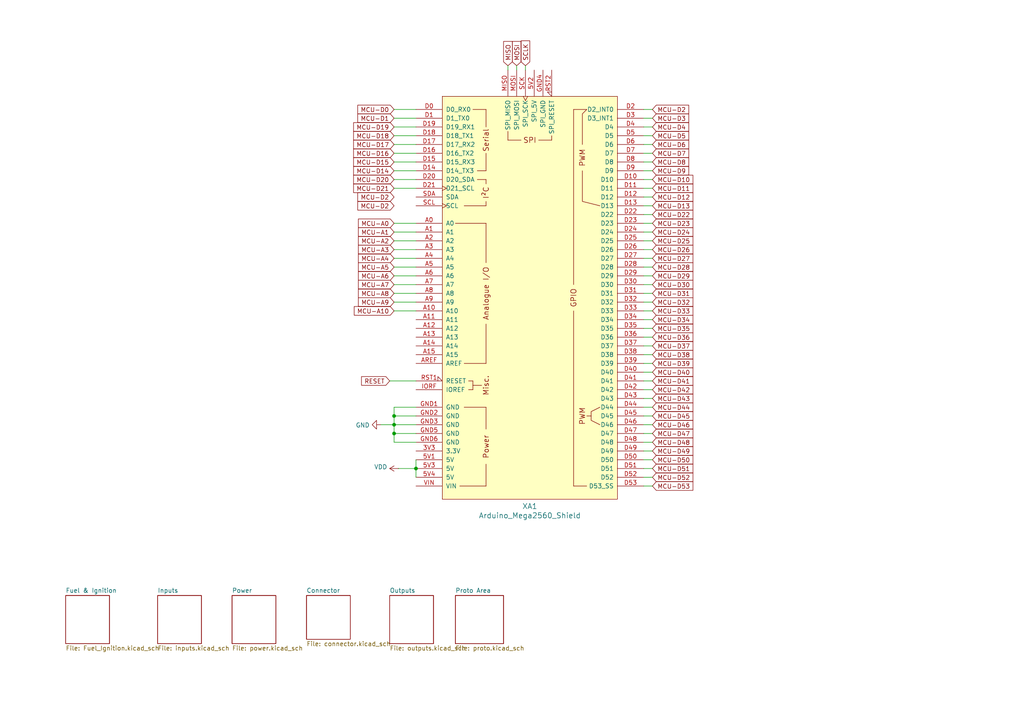
<source format=kicad_sch>
(kicad_sch (version 20250114) (generator "eeschema") (generator_version "9.0")
  (paper "A4")
  (title_block (title "0.4") (date "2021-03-27") (rev "4d") (company "Speeduino"))
  (lib_symbols
    (symbol "power:GND" (power) (pin_numbers (hide yes)) (pin_names (offset 0) (hide yes))
      (property "Value" "GND" (at 0 -3.81 0))
      (symbol "GND_0_1"
        (polyline (pts (xy 0 0) (xy 0 -1.27) (xy 1.27 -1.27) (xy 0 -2.54) (xy -1.27 -1.27) (xy 0 -1.27)))
      )
      (symbol "GND_1_1"
        (pin power_in line (at 0 0 270) (length 0) (name "~") (number "1"))
      )
    )
    (symbol "power:VDD" (power) (pin_numbers (hide yes)) (pin_names (offset 0) (hide yes))
      (property "Value" "VDD" (at 0 3.556 0))
      (symbol "VDD_0_1"
        (polyline (pts (xy -0.762 1.27) (xy 0 2.54)))
        (polyline (pts (xy 0 2.54) (xy 0.762 1.27)))
        (polyline (pts (xy 0 0) (xy 0 2.54)))
      )
      (symbol "VDD_1_1"
        (pin power_in line (at 0 0 90) (length 0) (name "~") (number "1"))
      )
    )
    (symbol "v0.4.3d-rescue:Arduino_Mega2560_Shield-Arduino-v0.4.4c-rescue" (pin_names (offset 1.016))
      (property "Reference" "XA" (at 2.54 0 90))
      (property "Value" "Arduino_Mega2560_Shield-Arduino-v0.4.4c-rescue" (at -2.54 0 90))
      (symbol "Arduino_Mega2560_Shield-Arduino-v0.4.4c-rescue_0_0"
        (rectangle (start -25.4 -58.42) (end 25.4 58.42) (fill (type background)))
        (polyline (pts (xy -21.59 21.59) (xy -12.7 21.59)))
        (rectangle (start -20.32 -54.61) (end -12.7 -54.61))
        (rectangle (start -19.05 26.67) (end -12.7 26.67))
        (rectangle (start -19.05 -19.05) (end -12.7 -19.05))
        (rectangle (start -19.05 -31.75) (end -12.7 -31.75))
        (rectangle (start -17.78 -24.13) (end -16.51 -24.13))
        (rectangle (start -17.78 -26.67) (end -16.51 -26.67))
        (rectangle (start -16.51 54.61) (end -12.7 54.61))
        (rectangle (start -16.51 -24.13) (end -16.51 -26.67))
        (rectangle (start -16.51 -25.4) (end -13.97 -25.4))
        (rectangle (start -15.24 36.83) (end -12.7 36.83))
        (rectangle (start -15.24 34.29) (end -12.7 34.29))
        (rectangle (start -12.7 49.53) (end -12.7 54.61))
        (rectangle (start -12.7 41.91) (end -12.7 36.83))
        (rectangle (start -12.7 34.29) (end -12.7 33.02))
        (rectangle (start -12.7 26.67) (end -12.7 27.94))
        (polyline (pts (xy -12.7 10.16) (xy -12.7 21.59)))
        (polyline (pts (xy -12.7 -19.05) (xy -12.7 -7.62)))
        (rectangle (start -12.7 -31.75) (end -12.7 -38.1))
        (rectangle (start -12.7 -54.61) (end -12.7 -48.26))
        (rectangle (start -6.35 48.26) (end -6.35 45.72))
        (rectangle (start -2.54 45.72) (end -6.35 45.72))
        (rectangle (start 6.35 46.99) (end 6.35 45.72))
        (rectangle (start 6.35 45.72) (end 2.54 45.72))
        (polyline (pts (xy 12.7 54.61) (xy 16.51 54.61)))
        (polyline (pts (xy 12.7 -54.61) (xy 16.51 -54.61)))
        (polyline (pts (xy 15.24 44.45) (xy 15.24 53.34) (xy 16.51 54.61)))
        (polyline (pts (xy 15.24 36.83) (xy 15.24 27.94) (xy 20.32 26.67)))
        (polyline (pts (xy 17.78 -34.29) (xy 16.51 -34.29)))
        (polyline (pts (xy 20.32 -31.75) (xy 17.78 -33.02) (xy 17.78 -35.56) (xy 20.32 -36.83)))
        (text "Serial" (at -12.7 45.72 900) (effects (font (size 1.524 1.524))))
        (text "I²C" (at -12.7 30.48 900) (effects (font (size 1.524 1.524))))
        (text "Analogue I/O" (at -12.7 1.27 900) (effects (font (size 1.524 1.524))))
        (text "Misc." (at -12.7 -25.4 900) (effects (font (size 1.524 1.524))))
        (text "Power" (at -12.7 -43.18 900) (effects (font (size 1.524 1.524))))
        (text "SPI" (at 0 45.72 0) (effects (font (size 1.524 1.524))))
        (text "PWM" (at 15.24 40.64 900) (effects (font (size 1.524 1.524))))
        (text "PWM" (at 15.24 -34.29 900) (effects (font (size 1.524 1.524))))
      )
      (symbol "Arduino_Mega2560_Shield-Arduino-v0.4.4c-rescue_1_0"
        (rectangle (start 12.7 54.61) (end 12.7 3.81))
        (rectangle (start 12.7 -54.61) (end 12.7 -3.81))
        (text "GPIO" (at 12.7 0 900) (effects (font (size 1.524 1.524))))
      )
      (symbol "Arduino_Mega2560_Shield-Arduino-v0.4.4c-rescue_1_1"
        (pin bidirectional line (at -33.02 54.61 0) (length 7.62) (name "D0_RX0") (number "D0"))
        (pin bidirectional line (at -33.02 52.07 0) (length 7.62) (name "D1_TX0") (number "D1"))
        (pin bidirectional line (at -33.02 49.53 0) (length 7.62) (name "D19_RX1") (number "D19"))
        (pin bidirectional line (at -33.02 46.99 0) (length 7.62) (name "D18_TX1") (number "D18"))
        (pin bidirectional line (at -33.02 44.45 0) (length 7.62) (name "D17_RX2") (number "D17"))
        (pin bidirectional line (at -33.02 41.91 0) (length 7.62) (name "D16_TX2") (number "D16"))
        (pin bidirectional line (at -33.02 39.37 0) (length 7.62) (name "D15_RX3") (number "D15"))
        (pin bidirectional line (at -33.02 36.83 0) (length 7.62) (name "D14_TX3") (number "D14"))
        (pin bidirectional line (at -33.02 34.29 0) (length 7.62) (name "D20_SDA") (number "D20"))
        (pin bidirectional clock (at -33.02 31.75 0) (length 7.62) (name "D21_SCL") (number "D21"))
        (pin bidirectional line (at -33.02 29.21 0) (length 7.62) (name "SDA") (number "SDA"))
        (pin bidirectional clock (at -33.02 26.67 0) (length 7.62) (name "SCL") (number "SCL"))
        (pin bidirectional line (at -33.02 21.59 0) (length 7.62) (name "A0") (number "A0"))
        (pin bidirectional line (at -33.02 19.05 0) (length 7.62) (name "A1") (number "A1"))
        (pin bidirectional line (at -33.02 16.51 0) (length 7.62) (name "A2") (number "A2"))
        (pin bidirectional line (at -33.02 13.97 0) (length 7.62) (name "A3") (number "A3"))
        (pin bidirectional line (at -33.02 11.43 0) (length 7.62) (name "A4") (number "A4"))
        (pin bidirectional line (at -33.02 8.89 0) (length 7.62) (name "A5") (number "A5"))
        (pin bidirectional line (at -33.02 6.35 0) (length 7.62) (name "A6") (number "A6"))
        (pin bidirectional line (at -33.02 3.81 0) (length 7.62) (name "A7") (number "A7"))
        (pin bidirectional line (at -33.02 1.27 0) (length 7.62) (name "A8") (number "A8"))
        (pin bidirectional line (at -33.02 -1.27 0) (length 7.62) (name "A9") (number "A9"))
        (pin bidirectional line (at -33.02 -3.81 0) (length 7.62) (name "A10") (number "A10"))
        (pin bidirectional line (at -33.02 -6.35 0) (length 7.62) (name "A11") (number "A11"))
        (pin bidirectional line (at -33.02 -8.89 0) (length 7.62) (name "A12") (number "A12"))
        (pin bidirectional line (at -33.02 -11.43 0) (length 7.62) (name "A13") (number "A13"))
        (pin bidirectional line (at -33.02 -13.97 0) (length 7.62) (name "A14") (number "A14"))
        (pin bidirectional line (at -33.02 -16.51 0) (length 7.62) (name "A15") (number "A15"))
        (pin input line (at -33.02 -19.05 0) (length 7.62) (name "AREF") (number "AREF"))
        (pin open_collector input_low (at -33.02 -24.13 0) (length 7.62) (name "RESET") (number "RST1"))
        (pin output line (at -33.02 -26.67 0) (length 7.62) (name "IOREF") (number "IORF"))
        (pin power_in line (at -33.02 -31.75 0) (length 7.62) (name "GND") (number "GND1"))
        (pin power_in line (at -33.02 -34.29 0) (length 7.62) (name "GND") (number "GND2"))
        (pin power_in line (at -33.02 -36.83 0) (length 7.62) (name "GND") (number "GND3"))
        (pin power_in line (at -33.02 -39.37 0) (length 7.62) (name "GND") (number "GND5"))
        (pin power_in line (at -33.02 -41.91 0) (length 7.62) (name "GND") (number "GND6"))
        (pin power_in line (at -33.02 -44.45 0) (length 7.62) (name "3.3V") (number "3V3"))
        (pin power_in line (at -33.02 -46.99 0) (length 7.62) (name "5V") (number "5V1"))
        (pin power_in line (at -33.02 -49.53 0) (length 7.62) (name "5V") (number "5V3"))
        (pin power_in line (at -33.02 -52.07 0) (length 7.62) (name "5V") (number "5V4"))
        (pin power_in line (at -33.02 -54.61 0) (length 7.62) (name "VIN") (number "VIN"))
        (pin input line (at -6.35 66.04 270) (length 7.62) (name "SPI_MISO") (number "MISO"))
        (pin output line (at -3.81 66.04 270) (length 7.62) (name "SPI_MOSI") (number "MOSI"))
        (pin output clock (at -1.27 66.04 270) (length 7.62) (name "SPI_SCK") (number "SCK"))
        (pin power_in line (at 1.27 66.04 270) (length 7.62) (name "SPI_5V") (number "5V2"))
        (pin power_in line (at 3.81 66.04 270) (length 7.62) (name "SPI_GND") (number "GND4"))
        (pin open_collector input_low (at 6.35 66.04 270) (length 7.62) (name "SPI_RESET") (number "RST2"))
        (pin bidirectional line (at 33.02 54.61 180) (length 7.62) (name "D2_INT0") (number "D2"))
        (pin bidirectional line (at 33.02 52.07 180) (length 7.62) (name "D3_INT1") (number "D3"))
        (pin bidirectional line (at 33.02 49.53 180) (length 7.62) (name "D4") (number "D4"))
        (pin bidirectional line (at 33.02 46.99 180) (length 7.62) (name "D5") (number "D5"))
        (pin bidirectional line (at 33.02 44.45 180) (length 7.62) (name "D6") (number "D6"))
        (pin bidirectional line (at 33.02 41.91 180) (length 7.62) (name "D7") (number "D7"))
        (pin bidirectional line (at 33.02 39.37 180) (length 7.62) (name "D8") (number "D8"))
        (pin bidirectional line (at 33.02 36.83 180) (length 7.62) (name "D9") (number "D9"))
        (pin bidirectional line (at 33.02 34.29 180) (length 7.62) (name "D10") (number "D10"))
        (pin bidirectional line (at 33.02 31.75 180) (length 7.62) (name "D11") (number "D11"))
        (pin bidirectional line (at 33.02 29.21 180) (length 7.62) (name "D12") (number "D12"))
        (pin bidirectional line (at 33.02 26.67 180) (length 7.62) (name "D13") (number "D13"))
        (pin bidirectional line (at 33.02 24.13 180) (length 7.62) (name "D22") (number "D22"))
        (pin bidirectional line (at 33.02 21.59 180) (length 7.62) (name "D23") (number "D23"))
        (pin bidirectional line (at 33.02 19.05 180) (length 7.62) (name "D24") (number "D24"))
        (pin bidirectional line (at 33.02 16.51 180) (length 7.62) (name "D25") (number "D25"))
        (pin bidirectional line (at 33.02 13.97 180) (length 7.62) (name "D26") (number "D26"))
        (pin bidirectional line (at 33.02 11.43 180) (length 7.62) (name "D27") (number "D27"))
        (pin bidirectional line (at 33.02 8.89 180) (length 7.62) (name "D28") (number "D28"))
        (pin bidirectional line (at 33.02 6.35 180) (length 7.62) (name "D29") (number "D29"))
        (pin bidirectional line (at 33.02 3.81 180) (length 7.62) (name "D30") (number "D30"))
        (pin bidirectional line (at 33.02 1.27 180) (length 7.62) (name "D31") (number "D31"))
        (pin bidirectional line (at 33.02 -1.27 180) (length 7.62) (name "D32") (number "D32"))
        (pin bidirectional line (at 33.02 -3.81 180) (length 7.62) (name "D33") (number "D33"))
        (pin bidirectional line (at 33.02 -6.35 180) (length 7.62) (name "D34") (number "D34"))
        (pin bidirectional line (at 33.02 -8.89 180) (length 7.62) (name "D35") (number "D35"))
        (pin bidirectional line (at 33.02 -11.43 180) (length 7.62) (name "D36") (number "D36"))
        (pin bidirectional line (at 33.02 -13.97 180) (length 7.62) (name "D37") (number "D37"))
        (pin bidirectional line (at 33.02 -16.51 180) (length 7.62) (name "D38") (number "D38"))
        (pin bidirectional line (at 33.02 -19.05 180) (length 7.62) (name "D39") (number "D39"))
        (pin bidirectional line (at 33.02 -21.59 180) (length 7.62) (name "D40") (number "D40"))
        (pin bidirectional line (at 33.02 -24.13 180) (length 7.62) (name "D41") (number "D41"))
        (pin bidirectional line (at 33.02 -26.67 180) (length 7.62) (name "D42") (number "D42"))
        (pin bidirectional line (at 33.02 -29.21 180) (length 7.62) (name "D43") (number "D43"))
        (pin bidirectional line (at 33.02 -31.75 180) (length 7.62) (name "D44") (number "D44"))
        (pin bidirectional line (at 33.02 -34.29 180) (length 7.62) (name "D45") (number "D45"))
        (pin bidirectional line (at 33.02 -36.83 180) (length 7.62) (name "D46") (number "D46"))
        (pin bidirectional line (at 33.02 -39.37 180) (length 7.62) (name "D47") (number "D47"))
        (pin bidirectional line (at 33.02 -41.91 180) (length 7.62) (name "D48") (number "D48"))
        (pin bidirectional line (at 33.02 -44.45 180) (length 7.62) (name "D49") (number "D49"))
        (pin bidirectional line (at 33.02 -46.99 180) (length 7.62) (name "D50") (number "D50"))
        (pin bidirectional line (at 33.02 -49.53 180) (length 7.62) (name "D51") (number "D51"))
        (pin bidirectional line (at 33.02 -52.07 180) (length 7.62) (name "D52") (number "D52"))
        (pin bidirectional line (at 33.02 -54.61 180) (length 7.62) (name "D53_SS") (number "D53"))
      )
    )
  )
  (junction (at 114.3 125.73))
  (junction (at 114.3 123.19))
  (junction (at 114.3 120.65))
  (junction (at 120.65 135.89))
  (wire (pts (xy 186.69 100.33) (xy 189.23 100.33)))
  (wire (pts (xy 186.69 115.57) (xy 189.23 115.57)))
  (wire (pts (xy 120.65 49.53) (xy 114.3 49.53)))
  (wire (pts (xy 114.3 31.75) (xy 120.65 31.75)))
  (wire (pts (xy 186.69 46.99) (xy 189.23 46.99)))
  (wire (pts (xy 189.23 97.79) (xy 186.69 97.79)))
  (wire (pts (xy 120.65 90.17) (xy 114.3 90.17)))
  (wire (pts (xy 189.23 49.53) (xy 186.69 49.53)))
  (wire (pts (xy 120.65 120.65) (xy 114.3 120.65)))
  (wire (pts (xy 120.65 123.19) (xy 114.3 123.19)))
  (wire (pts (xy 114.3 52.07) (xy 120.65 52.07)))
  (wire (pts (xy 114.3 67.31) (xy 120.65 67.31)))
  (wire (pts (xy 189.23 87.63) (xy 186.69 87.63)))
  (wire (pts (xy 114.3 82.55) (xy 120.65 82.55)))
  (wire (pts (xy 189.23 62.23) (xy 186.69 62.23)))
  (wire (pts (xy 186.69 110.49) (xy 189.23 110.49)))
  (wire (pts (xy 189.23 123.19) (xy 186.69 123.19)))
  (wire (pts (xy 120.65 118.11) (xy 114.3 118.11)))
  (wire (pts (xy 189.23 118.11) (xy 186.69 118.11)))
  (wire (pts (xy 186.69 125.73) (xy 189.23 125.73)))
  (wire (pts (xy 186.69 120.65) (xy 189.23 120.65)))
  (wire (pts (xy 189.23 82.55) (xy 186.69 82.55)))
  (wire (pts (xy 113.03 110.49) (xy 120.65 110.49)))
  (wire (pts (xy 120.65 80.01) (xy 114.3 80.01)))
  (wire (pts (xy 120.65 125.73) (xy 114.3 125.73)))
  (wire (pts (xy 147.32 19.05) (xy 147.32 20.32)))
  (wire (pts (xy 120.65 69.85) (xy 114.3 69.85)))
  (wire (pts (xy 186.69 130.81) (xy 189.23 130.81)))
  (wire (pts (xy 186.69 64.77) (xy 189.23 64.77)))
  (wire (pts (xy 114.3 128.27) (xy 114.3 125.73)))
  (wire (pts (xy 189.23 67.31) (xy 186.69 67.31)))
  (wire (pts (xy 186.69 69.85) (xy 189.23 69.85)))
  (wire (pts (xy 114.3 125.73) (xy 114.3 123.19)))
  (wire (pts (xy 114.3 118.11) (xy 114.3 120.65)))
  (wire (pts (xy 186.69 57.15) (xy 189.23 57.15)))
  (wire (pts (xy 114.3 123.19) (xy 110.49 123.19)))
  (wire (pts (xy 120.65 44.45) (xy 114.3 44.45)))
  (wire (pts (xy 186.69 135.89) (xy 189.23 135.89)))
  (wire (pts (xy 189.23 107.95) (xy 186.69 107.95)))
  (wire (pts (xy 120.65 34.29) (xy 114.3 34.29)))
  (wire (pts (xy 189.23 77.47) (xy 186.69 77.47)))
  (wire (pts (xy 186.69 74.93) (xy 189.23 74.93)))
  (wire (pts (xy 186.69 95.25) (xy 189.23 95.25)))
  (wire (pts (xy 186.69 80.01) (xy 189.23 80.01)))
  (wire (pts (xy 189.23 59.69) (xy 186.69 59.69)))
  (wire (pts (xy 189.23 113.03) (xy 186.69 113.03)))
  (wire (pts (xy 120.65 133.35) (xy 120.65 135.89)))
  (wire (pts (xy 152.4 19.05) (xy 152.4 20.32)))
  (wire (pts (xy 186.69 52.07) (xy 189.23 52.07)))
  (wire (pts (xy 186.69 140.97) (xy 189.23 140.97)))
  (wire (pts (xy 114.3 46.99) (xy 120.65 46.99)))
  (wire (pts (xy 114.3 72.39) (xy 120.65 72.39)))
  (wire (pts (xy 186.69 31.75) (xy 189.23 31.75)))
  (wire (pts (xy 120.65 74.93) (xy 114.3 74.93)))
  (wire (pts (xy 149.86 19.05) (xy 149.86 20.32)))
  (wire (pts (xy 189.23 138.43) (xy 186.69 138.43)))
  (wire (pts (xy 120.65 85.09) (xy 114.3 85.09)))
  (wire (pts (xy 114.3 87.63) (xy 120.65 87.63)))
  (wire (pts (xy 189.23 39.37) (xy 186.69 39.37)))
  (wire (pts (xy 186.69 90.17) (xy 189.23 90.17)))
  (wire (pts (xy 189.23 92.71) (xy 186.69 92.71)))
  (wire (pts (xy 114.3 36.83) (xy 120.65 36.83)))
  (wire (pts (xy 189.23 34.29) (xy 186.69 34.29)))
  (wire (pts (xy 186.69 105.41) (xy 189.23 105.41)))
  (wire (pts (xy 114.3 64.77) (xy 120.65 64.77)))
  (wire (pts (xy 114.3 120.65) (xy 114.3 123.19)))
  (wire (pts (xy 186.69 36.83) (xy 189.23 36.83)))
  (wire (pts (xy 186.69 85.09) (xy 189.23 85.09)))
  (wire (pts (xy 189.23 102.87) (xy 186.69 102.87)))
  (wire (pts (xy 189.23 72.39) (xy 186.69 72.39)))
  (wire (pts (xy 120.65 54.61) (xy 114.3 54.61)))
  (wire (pts (xy 114.3 41.91) (xy 120.65 41.91)))
  (wire (pts (xy 189.23 54.61) (xy 186.69 54.61)))
  (wire (pts (xy 114.3 77.47) (xy 120.65 77.47)))
  (wire (pts (xy 189.23 133.35) (xy 186.69 133.35)))
  (wire (pts (xy 189.23 128.27) (xy 186.69 128.27)))
  (wire (pts (xy 189.23 44.45) (xy 186.69 44.45)))
  (wire (pts (xy 120.65 128.27) (xy 114.3 128.27)))
  (wire (pts (xy 115.57 135.89) (xy 120.65 135.89)))
  (wire (pts (xy 120.65 39.37) (xy 114.3 39.37)))
  (wire (pts (xy 186.69 41.91) (xy 189.23 41.91)))
  (wire (pts (xy 120.65 138.43) (xy 120.65 135.89)))
  (global_label "MCU-A9" (shape input) (at 114.3 87.63 180) (property "Intersheetrefs" "${INTERSHEET_REFS}" (effects (hide yes))))
  (global_label "MCU-D10" (shape input) (at 189.23 52.07 0) (property "Intersheetrefs" "${INTERSHEET_REFS}" (effects (hide yes))))
  (global_label "MCU-A0" (shape input) (at 114.3 64.77 180) (property "Intersheetrefs" "${INTERSHEET_REFS}" (effects (hide yes))))
  (global_label "MCU-D16" (shape input) (at 114.3 44.45 180) (property "Intersheetrefs" "${INTERSHEET_REFS}" (effects (hide yes))))
  (global_label "MCU-D47" (shape input) (at 189.23 125.73 0) (property "Intersheetrefs" "${INTERSHEET_REFS}" (effects (hide yes))))
  (global_label "MCU-A7" (shape input) (at 114.3 82.55 180) (property "Intersheetrefs" "${INTERSHEET_REFS}" (effects (hide yes))))
  (global_label "MCU-D12" (shape input) (at 189.23 57.15 0) (property "Intersheetrefs" "${INTERSHEET_REFS}" (effects (hide yes))))
  (global_label "MCU-D3" (shape input) (at 189.23 34.29 0) (property "Intersheetrefs" "${INTERSHEET_REFS}" (effects (hide yes))))
  (global_label "MCU-D51" (shape input) (at 189.23 135.89 0) (property "Intersheetrefs" "${INTERSHEET_REFS}" (effects (hide yes))))
  (global_label "MCU-D9" (shape input) (at 189.23 49.53 0) (property "Intersheetrefs" "${INTERSHEET_REFS}" (effects (hide yes))))
  (global_label "MCU-D4" (shape input) (at 189.23 36.83 0) (property "Intersheetrefs" "${INTERSHEET_REFS}" (effects (hide yes))))
  (global_label "MCU-D15" (shape input) (at 114.3 46.99 180) (property "Intersheetrefs" "${INTERSHEET_REFS}" (effects (hide yes))))
  (global_label "MCU-D52" (shape input) (at 189.23 138.43 0) (property "Intersheetrefs" "${INTERSHEET_REFS}" (effects (hide yes))))
  (global_label "MCU-D17" (shape input) (at 114.3 41.91 180) (property "Intersheetrefs" "${INTERSHEET_REFS}" (effects (hide yes))))
  (global_label "MCU-A6" (shape input) (at 114.3 80.01 180) (property "Intersheetrefs" "${INTERSHEET_REFS}" (effects (hide yes))))
  (global_label "MCU-D34" (shape input) (at 189.23 92.71 0) (property "Intersheetrefs" "${INTERSHEET_REFS}" (effects (hide yes))))
  (global_label "MCU-D0" (shape input) (at 114.3 31.75 180) (property "Intersheetrefs" "${INTERSHEET_REFS}" (effects (hide yes))))
  (global_label "MCU-D32" (shape input) (at 189.23 87.63 0) (property "Intersheetrefs" "${INTERSHEET_REFS}" (effects (hide yes))))
  (global_label "MCU-D38" (shape input) (at 189.23 102.87 0) (property "Intersheetrefs" "${INTERSHEET_REFS}" (effects (hide yes))))
  (global_label "MCU-D31" (shape input) (at 189.23 85.09 0) (property "Intersheetrefs" "${INTERSHEET_REFS}" (effects (hide yes))))
  (global_label "MCU-D14" (shape input) (at 114.3 49.53 180) (property "Intersheetrefs" "${INTERSHEET_REFS}" (effects (hide yes))))
  (global_label "MCU-D25" (shape input) (at 189.23 69.85 0) (property "Intersheetrefs" "${INTERSHEET_REFS}" (effects (hide yes))))
  (global_label "MCU-D29" (shape input) (at 189.23 80.01 0) (property "Intersheetrefs" "${INTERSHEET_REFS}" (effects (hide yes))))
  (global_label "MCU-D23" (shape input) (at 189.23 64.77 0) (property "Intersheetrefs" "${INTERSHEET_REFS}" (effects (hide yes))))
  (global_label "MCU-D46" (shape input) (at 189.23 123.19 0) (property "Intersheetrefs" "${INTERSHEET_REFS}" (effects (hide yes))))
  (global_label "MCU-D7" (shape input) (at 189.23 44.45 0) (property "Intersheetrefs" "${INTERSHEET_REFS}" (effects (hide yes))))
  (global_label "MCU-A1" (shape input) (at 114.3 67.31 180) (property "Intersheetrefs" "${INTERSHEET_REFS}" (effects (hide yes))))
  (global_label "MCU-D8" (shape input) (at 189.23 46.99 0) (property "Intersheetrefs" "${INTERSHEET_REFS}" (effects (hide yes))))
  (global_label "MOSI" (shape input) (at 149.86 19.05 90) (property "Intersheetrefs" "${INTERSHEET_REFS}" (effects (hide yes))))
  (global_label "MCU-D20" (shape input) (at 114.3 52.07 180) (property "Intersheetrefs" "${INTERSHEET_REFS}" (effects (hide yes))))
  (global_label "MCU-D35" (shape input) (at 189.23 95.25 0) (property "Intersheetrefs" "${INTERSHEET_REFS}" (effects (hide yes))))
  (global_label "MCU-A5" (shape input) (at 114.3 77.47 180) (property "Intersheetrefs" "${INTERSHEET_REFS}" (effects (hide yes))))
  (global_label "MCU-D22" (shape input) (at 189.23 62.23 0) (property "Intersheetrefs" "${INTERSHEET_REFS}" (effects (hide yes))))
  (global_label "SCLK" (shape input) (at 152.4 19.05 90) (property "Intersheetrefs" "${INTERSHEET_REFS}" (effects (hide yes))))
  (global_label "MCU-D28" (shape input) (at 189.23 77.47 0) (property "Intersheetrefs" "${INTERSHEET_REFS}" (effects (hide yes))))
  (global_label "MCU-D1" (shape input) (at 114.3 34.29 180) (property "Intersheetrefs" "${INTERSHEET_REFS}" (effects (hide yes))))
  (global_label "MCU-D36" (shape input) (at 189.23 97.79 0) (property "Intersheetrefs" "${INTERSHEET_REFS}" (effects (hide yes))))
  (global_label "MCU-A10" (shape input) (at 114.3 90.17 180) (property "Intersheetrefs" "${INTERSHEET_REFS}" (effects (hide yes))))
  (global_label "MCU-D48" (shape input) (at 189.23 128.27 0) (property "Intersheetrefs" "${INTERSHEET_REFS}" (effects (hide yes))))
  (global_label "MCU-D30" (shape input) (at 189.23 82.55 0) (property "Intersheetrefs" "${INTERSHEET_REFS}" (effects (hide yes))))
  (global_label "MCU-D2" (shape input) (at 114.3 57.15 180) (property "Intersheetrefs" "${INTERSHEET_REFS}" (effects (hide yes))))
  (global_label "MCU-D2" (shape input) (at 114.3 59.69 180) (property "Intersheetrefs" "${INTERSHEET_REFS}" (effects (hide yes))))
  (global_label "MCU-D40" (shape input) (at 189.23 107.95 0) (property "Intersheetrefs" "${INTERSHEET_REFS}" (effects (hide yes))))
  (global_label "MCU-D45" (shape input) (at 189.23 120.65 0) (property "Intersheetrefs" "${INTERSHEET_REFS}" (effects (hide yes))))
  (global_label "MCU-A4" (shape input) (at 114.3 74.93 180) (property "Intersheetrefs" "${INTERSHEET_REFS}" (effects (hide yes))))
  (global_label "MCU-D50" (shape input) (at 189.23 133.35 0) (property "Intersheetrefs" "${INTERSHEET_REFS}" (effects (hide yes))))
  (global_label "MCU-D19" (shape input) (at 114.3 36.83 180) (property "Intersheetrefs" "${INTERSHEET_REFS}" (effects (hide yes))))
  (global_label "MCU-D39" (shape input) (at 189.23 105.41 0) (property "Intersheetrefs" "${INTERSHEET_REFS}" (effects (hide yes))))
  (global_label "MCU-D6" (shape input) (at 189.23 41.91 0) (property "Intersheetrefs" "${INTERSHEET_REFS}" (effects (hide yes))))
  (global_label "MCU-A3" (shape input) (at 114.3 72.39 180) (property "Intersheetrefs" "${INTERSHEET_REFS}" (effects (hide yes))))
  (global_label "MCU-D49" (shape input) (at 189.23 130.81 0) (property "Intersheetrefs" "${INTERSHEET_REFS}" (effects (hide yes))))
  (global_label "MCU-D26" (shape input) (at 189.23 72.39 0) (property "Intersheetrefs" "${INTERSHEET_REFS}" (effects (hide yes))))
  (global_label "MCU-A2" (shape input) (at 114.3 69.85 180) (property "Intersheetrefs" "${INTERSHEET_REFS}" (effects (hide yes))))
  (global_label "MCU-D5" (shape input) (at 189.23 39.37 0) (property "Intersheetrefs" "${INTERSHEET_REFS}" (effects (hide yes))))
  (global_label "MCU-D2" (shape input) (at 189.23 31.75 0) (property "Intersheetrefs" "${INTERSHEET_REFS}" (effects (hide yes))))
  (global_label "MCU-D43" (shape input) (at 189.23 115.57 0) (property "Intersheetrefs" "${INTERSHEET_REFS}" (effects (hide yes))))
  (global_label "MCU-D18" (shape input) (at 114.3 39.37 180) (property "Intersheetrefs" "${INTERSHEET_REFS}" (effects (hide yes))))
  (global_label "MCU-D13" (shape input) (at 189.23 59.69 0) (property "Intersheetrefs" "${INTERSHEET_REFS}" (effects (hide yes))))
  (global_label "MCU-D44" (shape input) (at 189.23 118.11 0) (property "Intersheetrefs" "${INTERSHEET_REFS}" (effects (hide yes))))
  (global_label "MCU-D41" (shape input) (at 189.23 110.49 0) (property "Intersheetrefs" "${INTERSHEET_REFS}" (effects (hide yes))))
  (global_label "MCU-D21" (shape input) (at 114.3 54.61 180) (property "Intersheetrefs" "${INTERSHEET_REFS}" (effects (hide yes))))
  (global_label "MCU-D24" (shape input) (at 189.23 67.31 0) (property "Intersheetrefs" "${INTERSHEET_REFS}" (effects (hide yes))))
  (global_label "MCU-D11" (shape input) (at 189.23 54.61 0) (property "Intersheetrefs" "${INTERSHEET_REFS}" (effects (hide yes))))
  (global_label "MCU-D37" (shape input) (at 189.23 100.33 0) (property "Intersheetrefs" "${INTERSHEET_REFS}" (effects (hide yes))))
  (global_label "MCU-D42" (shape input) (at 189.23 113.03 0) (property "Intersheetrefs" "${INTERSHEET_REFS}" (effects (hide yes))))
  (global_label "MCU-D33" (shape input) (at 189.23 90.17 0) (property "Intersheetrefs" "${INTERSHEET_REFS}" (effects (hide yes))))
  (global_label "MCU-D53" (shape input) (at 189.23 140.97 0) (property "Intersheetrefs" "${INTERSHEET_REFS}" (effects (hide yes))))
  (global_label "MCU-A8" (shape input) (at 114.3 85.09 180) (property "Intersheetrefs" "${INTERSHEET_REFS}" (effects (hide yes))))
  (global_label "MCU-D27" (shape input) (at 189.23 74.93 0) (property "Intersheetrefs" "${INTERSHEET_REFS}" (effects (hide yes))))
  (global_label "MISO" (shape input) (at 147.32 19.05 90) (property "Intersheetrefs" "${INTERSHEET_REFS}" (effects (hide yes))))
  (global_label "RESET" (shape input) (at 113.03 110.49 180) (property "Intersheetrefs" "${INTERSHEET_REFS}" (effects (hide yes))))
  (symbol (lib_id "v0.4.3d-rescue:Arduino_Mega2560_Shield-Arduino-v0.4.4c-rescue") (at 153.67 86.36 0) (unit 1)
    (property "Reference" "XA1" (at 153.67 146.8374 0) (effects (font (size 1.524 1.524))))
    (property "Value" "Arduino_Mega2560_Shield" (at 153.67 149.5298 0) (effects (font (size 1.524 1.524))))
    (property "Footprint" "Shields:Arduino_Mega2560_Shield_IO_Only" (effects (hide yes)))
  )
  (symbol (lib_id "power:GND") (at 110.49 123.19 270) (unit 1)
    (property "Reference" "#PWR01" (effects (hide yes)))
    (property "Value" "GND" (at 107.2388 123.317 90) (effects (justify right)))
  )
  (symbol (lib_id "power:VDD") (at 115.57 135.89 90) (unit 1)
    (property "Reference" "#PWR02" (effects (hide yes)))
    (property "Value" "VDD" (at 112.3442 135.4328 90) (effects (justify left)))
  )
  (sheet (at 19.05 172.72) (size 12.7 13.97)
    (property "Sheetname" "Fuel & Ignition" (at 19.05 172.0084 0) (effects (justify left bottom)))
    (property "Sheetfile" "Fuel_Ignition.kicad_sch" (at 19.05 187.2746 0) (effects (justify left top)))
  )
  (sheet (at 45.72 172.72) (size 12.7 13.97)
    (property "Sheetname" "Inputs" (at 45.72 172.0084 0) (effects (justify left bottom)))
    (property "Sheetfile" "inputs.kicad_sch" (at 45.72 187.2746 0) (effects (justify left top)))
  )
  (sheet (at 67.31 172.72) (size 12.7 13.97)
    (property "Sheetname" "Power" (at 67.31 172.0084 0) (effects (justify left bottom)))
    (property "Sheetfile" "power.kicad_sch" (at 67.31 187.2746 0) (effects (justify left top)))
  )
  (sheet (at 88.9 172.72) (size 12.7 12.7)
    (property "Sheetname" "Connector" (at 88.9 172.0084 0) (effects (justify left bottom)))
    (property "Sheetfile" "connector.kicad_sch" (at 88.9 186.0046 0) (effects (justify left top)))
  )
  (sheet (at 113.03 172.72) (size 12.7 13.97)
    (property "Sheetname" "Outputs" (at 113.03 172.0084 0) (effects (justify left bottom)))
    (property "Sheetfile" "outputs.kicad_sch" (at 113.03 187.2746 0) (effects (justify left top)))
  )
  (sheet (at 132.08 172.72) (size 13.97 13.97)
    (property "Sheetname" "Proto Area" (at 132.08 172.0084 0) (effects (justify left bottom)))
    (property "Sheetfile" "proto.kicad_sch" (at 132.08 187.2746 0) (effects (justify left top)))
  )
)
</source>
